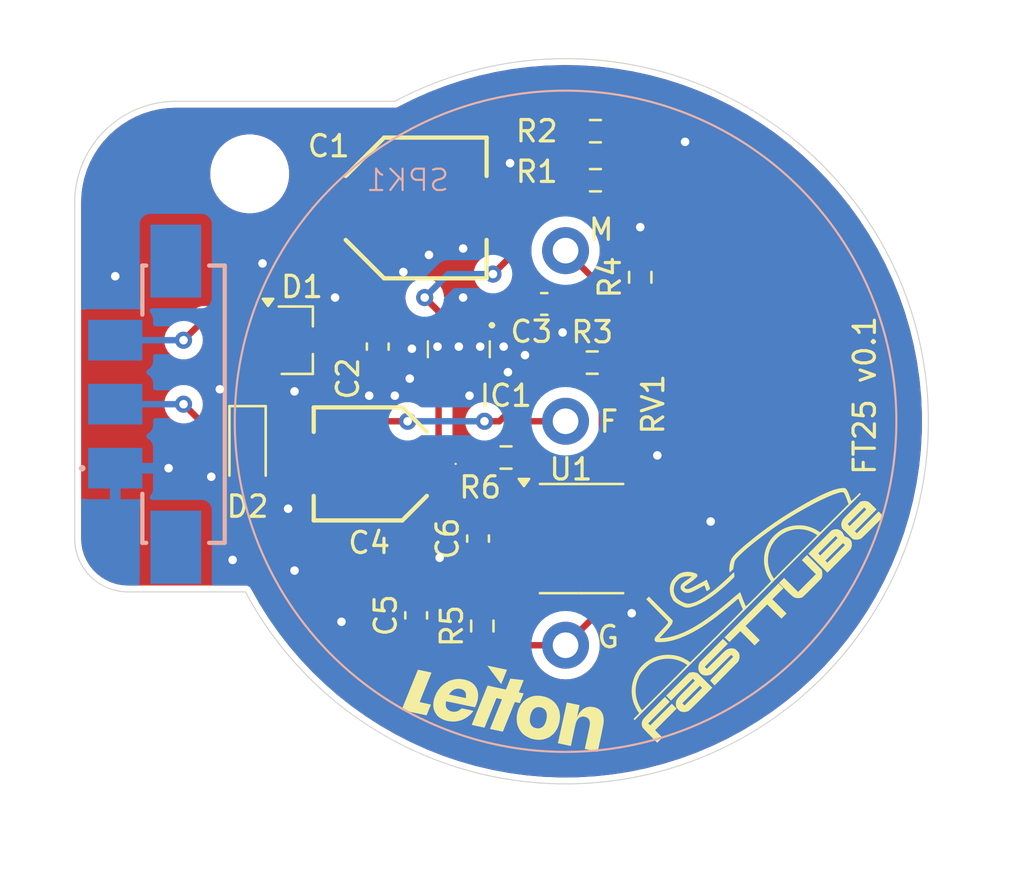
<source format=kicad_pcb>
(kicad_pcb
	(version 20240108)
	(generator "pcbnew")
	(generator_version "8.0")
	(general
		(thickness 1.6)
		(legacy_teardrops no)
	)
	(paper "A4")
	(layers
		(0 "F.Cu" signal)
		(31 "B.Cu" power)
		(32 "B.Adhes" user "B.Adhesive")
		(33 "F.Adhes" user "F.Adhesive")
		(34 "B.Paste" user)
		(35 "F.Paste" user)
		(37 "F.SilkS" user "F.Silkscreen")
		(38 "B.Mask" user)
		(39 "F.Mask" user)
		(40 "Dwgs.User" user "User.Drawings")
		(41 "Cmts.User" user "User.Comments")
		(42 "Eco1.User" user "User.Eco1")
		(43 "Eco2.User" user "User.Eco2")
		(44 "Edge.Cuts" user)
		(45 "Margin" user)
		(46 "B.CrtYd" user "B.Courtyard")
		(47 "F.CrtYd" user "F.Courtyard")
		(48 "B.Fab" user)
		(49 "F.Fab" user)
		(50 "User.1" user)
		(51 "User.2" user)
		(52 "User.3" user)
		(53 "User.4" user)
		(54 "User.5" user)
		(55 "User.6" user)
		(56 "User.7" user)
		(57 "User.8" user)
		(58 "User.9" user)
	)
	(setup
		(stackup
			(layer "F.SilkS"
				(type "Top Silk Screen")
			)
			(layer "F.Paste"
				(type "Top Solder Paste")
			)
			(layer "F.Mask"
				(type "Top Solder Mask")
				(thickness 0.01)
			)
			(layer "F.Cu"
				(type "copper")
				(thickness 0.035)
			)
			(layer "dielectric 1"
				(type "core")
				(thickness 1.51)
				(material "FR4")
				(epsilon_r 4.5)
				(loss_tangent 0.02)
			)
			(layer "B.Cu"
				(type "copper")
				(thickness 0.035)
			)
			(layer "B.Mask"
				(type "Bottom Solder Mask")
				(thickness 0.01)
			)
			(layer "B.Paste"
				(type "Bottom Solder Paste")
			)
			(layer "dielectric 2"
				(type "Bottom Silk Screen")
				(thickness 0)
				(material "FR4")
				(epsilon_r 4.5)
				(loss_tangent 0.02)
			)
			(copper_finish "None")
			(dielectric_constraints no)
		)
		(pad_to_mask_clearance 0)
		(allow_soldermask_bridges_in_footprints no)
		(pcbplotparams
			(layerselection 0x00010fc_ffffffff)
			(plot_on_all_layers_selection 0x0000000_00000000)
			(disableapertmacros no)
			(usegerberextensions no)
			(usegerberattributes yes)
			(usegerberadvancedattributes yes)
			(creategerberjobfile yes)
			(dashed_line_dash_ratio 12.000000)
			(dashed_line_gap_ratio 3.000000)
			(svgprecision 4)
			(plotframeref no)
			(viasonmask no)
			(mode 1)
			(useauxorigin no)
			(hpglpennumber 1)
			(hpglpenspeed 20)
			(hpglpendiameter 15.000000)
			(pdf_front_fp_property_popups yes)
			(pdf_back_fp_property_popups yes)
			(dxfpolygonmode yes)
			(dxfimperialunits yes)
			(dxfusepcbnewfont yes)
			(psnegative no)
			(psa4output no)
			(plotreference yes)
			(plotvalue yes)
			(plotfptext yes)
			(plotinvisibletext no)
			(sketchpadsonfab no)
			(subtractmaskfromsilk no)
			(outputformat 1)
			(mirror no)
			(drillshape 1)
			(scaleselection 1)
			(outputdirectory "")
		)
	)
	(net 0 "")
	(net 1 "VDD")
	(net 2 "GND")
	(net 3 "Net-(U1-FEED)")
	(net 4 "Net-(SPK1-M)")
	(net 5 "+24V")
	(net 6 "Net-(U1-HRNEN)")
	(net 7 "Net-(IC1-EN{slash}ADJ)")
	(net 8 "/SIG")
	(net 9 "Net-(SPK1-G)")
	(net 10 "Net-(SPK1-F)")
	(net 11 "Net-(D1-A)")
	(net 12 "unconnected-(U1-NC-Pad1)")
	(net 13 "unconnected-(U1-NC-Pad3)")
	(net 14 "Net-(R1-Pad2)")
	(footprint "Capacitor_SMD:C_0603_1608Metric_Pad1.08x0.95mm_HandSolder" (layer "F.Cu") (at 141.2 96.5 -90))
	(footprint "Capacitor_SMD:C_0603_1608Metric_Pad1.08x0.95mm_HandSolder" (layer "F.Cu") (at 145.9 105.5 90))
	(footprint "LOGO" (layer "F.Cu") (at 157.785054 107.960449 45))
	(footprint "Resistor_SMD:R_0603_1608Metric_Pad0.98x0.95mm_HandSolder" (layer "F.Cu") (at 146.1 109.6 90))
	(footprint "soundbox:06TR4FA104DPR" (layer "F.Cu") (at 159 95.5))
	(footprint "Capacitor_SMD:C_0603_1608Metric_Pad1.08x0.95mm_HandSolder" (layer "F.Cu") (at 149 94.5 180))
	(footprint "Resistor_SMD:R_0603_1608Metric_Pad0.98x0.95mm_HandSolder" (layer "F.Cu") (at 153.5 93.25 90))
	(footprint "soundbox:PG-SCT595-5" (layer "F.Cu") (at 145 96.5 180))
	(footprint "soundbox:EEE0GA101SR" (layer "F.Cu") (at 140.85 102 180))
	(footprint "Resistor_SMD:R_0603_1608Metric_Pad0.98x0.95mm_HandSolder" (layer "F.Cu") (at 147.2125 101.7))
	(footprint "Resistor_SMD:R_0603_1608Metric_Pad0.98x0.95mm_HandSolder" (layer "F.Cu") (at 151.4 88.7))
	(footprint "Package_TO_SOT_SMD:SOT-23_Handsoldering" (layer "F.Cu") (at 137.4 96.2))
	(footprint "soundbox:LeitOn_small_wo_sq" (layer "F.Cu") (at 147.2 113.1 -12))
	(footprint "Package_SO:SOIC-8_3.9x4.9mm_P1.27mm" (layer "F.Cu") (at 150.75 105.5))
	(footprint "soundbox:EEE1AA101SP" (layer "F.Cu") (at 143 90))
	(footprint "Resistor_SMD:R_0603_1608Metric_Pad0.98x0.95mm_HandSolder" (layer "F.Cu") (at 151.25 97.25))
	(footprint "Capacitor_SMD:C_0603_1608Metric_Pad1.08x0.95mm_HandSolder" (layer "F.Cu") (at 143 109.1 90))
	(footprint "Diode_SMD:D_SOD-323_HandSoldering" (layer "F.Cu") (at 135.1 101.3 -90))
	(footprint "MountingHole:MountingHole_3.2mm_M3_DIN965" (layer "F.Cu") (at 135.2 88.4))
	(footprint "Resistor_SMD:R_0603_1608Metric_Pad0.98x0.95mm_HandSolder" (layer "F.Cu") (at 151.4 86.4))
	(footprint "soundbox:TE Micro-Mate-N-Lok 1x03" (layer "B.Cu") (at 132.1 99.2 -90))
	(footprint "soundbox:CPT-3016-105T" (layer "B.Cu") (at 150 100 180))
	(gr_arc
		(start 127 89.75)
		(mid 128.391243 86.391243)
		(end 131.75 85)
		(stroke
			(width 0.05)
			(type default)
		)
		(layer "Edge.Cuts")
		(uuid "0c9499f7-3257-4d1a-ab45-d3dea9659961")
	)
	(gr_line
		(start 131.75 85)
		(end 142 85)
		(stroke
			(width 0.05)
			(type default)
		)
		(layer "Edge.Cuts")
		(uuid "145b8ce2-1cdf-402f-8341-2813b341aab6")
	)
	(gr_line
		(start 127 89.75)
		(end 127 105.5)
		(stroke
			(width 0.05)
			(type default)
		)
		(layer "Edge.Cuts")
		(uuid "5702bfe5-fa35-42f9-b66d-dc1faf38af9f")
	)
	(gr_line
		(start 129.5 108)
		(end 135 108)
		(stroke
			(width 0.05)
			(type default)
		)
		(layer "Edge.Cuts")
		(uuid "7ce022d5-3481-46fd-850f-fa99ac5c91eb")
	)
	(gr_arc
		(start 142 85)
		(mid 166.263456 104.949746)
		(end 135.000001 108.000003)
		(stroke
			(width 0.05)
			(type default)
		)
		(layer "Edge.Cuts")
		(uuid "8a2c619c-8626-4af2-8c59-1422d0ba61b9")
	)
	(gr_arc
		(start 129.5 108)
		(mid 127.732233 107.267767)
		(end 127 105.5)
		(stroke
			(width 0.05)
			(type default)
		)
		(layer "Edge.Cuts")
		(uuid "e1634623-b024-4caa-9d4d-69a765686d49")
	)
	(gr_rect
		(start 127 83)
		(end 167 117)
		(stroke
			(width 0.01)
			(type default)
		)
		(fill none)
		(layer "User.1")
		(uuid "39b0a146-c4d4-4256-ae48-acf0ec4d99bd")
	)
	(gr_text "FT25 v0.1"
		(at 164.6 102.6 90)
		(layer "F.SilkS")
		(uuid "0568cae2-bee3-4247-bec4-4aec8861298f")
		(effects
			(font
				(size 1 1)
				(thickness 0.15)
			)
			(justify left bottom)
		)
	)
	(segment
		(start 144.05 100.6)
		(end 144.05 101.8)
		(width 0.3)
		(layer "F.Cu")
		(net 1)
		(uuid "0200de1e-f1d3-475e-904f-1ae67260540b")
	)
	(segment
		(start 144.05 103.45)
		(end 144.05 102.35)
		(width 0.3)
		(layer "F.Cu")
		(net 1)
		(uuid "0bc4b59f-3030-465f-99e6-8a96f1d37eff")
	)
	(segment
		(start 148.275 104.865)
		(end 146.1275 104.865)
		(width 0.3)
		(layer "F.Cu")
		(net 1)
		(uuid "4fcf3739-2429-46db-a6eb-520af12c0900")
	)
	(segment
		(start 144 97.75)
		(end 144.05 97.7)
		(width 0.3)
		(layer "F.Cu")
		(net 1)
		(uuid "b57598a9-8b18-4e03-89c1-05fa95734452")
	)
	(segment
		(start 144.05 97.7)
		(end 144.05 100.6)
		(width 0.3)
		(layer "F.Cu")
		(net 1)
		(uuid "b5e77050-d7d3-4d83-9482-2923ce921046")
	)
	(segment
		(start 142.85 101.8)
		(end 144.05 101.8)
		(width 0.3)
		(layer "F.Cu")
		(net 1)
		(uuid "b743f3e9-4660-4641-8a39-1aa2c34a7ec6")
	)
	(segment
		(start 144.05 102.35)
		(end 143.7 102)
		(width 0.3)
		(layer "F.Cu")
		(net 1)
		(uuid "c5bb5a80-74ea-46d0-bfec-228c952e0dc7")
	)
	(segment
		(start 145.9 104.6375)
		(end 145.2375 104.6375)
		(width 0.3)
		(layer "F.Cu")
		(net 1)
		(uuid "cd55c0ae-b94b-4f6e-88d8-0819b3376a66")
	)
	(segment
		(start 145.2375 104.6375)
		(end 144.05 103.45)
		(width 0.3)
		(layer "F.Cu")
		(net 1)
		(uuid "ea5494ea-c94c-4637-880a-57b8847c4db0")
	)
	(segment
		(start 146.1275 104.865)
		(end 145.9 104.6375)
		(width 0.3)
		(layer "F.Cu")
		(net 1)
		(uuid "f2ef52aa-2e6f-4866-8b2f-5ded5050ff85")
	)
	(segment
		(start 145.9 106.3625)
		(end 144.1375 106.3625)
		(width 0.3)
		(layer "F.Cu")
		(net 2)
		(uuid "55aab1f9-bc28-4d68-920d-7a0186ad9de5")
	)
	(segment
		(start 149.8625 95.8375)
		(end 149.8625 94.5)
		(width 0.3)
		(layer "F.Cu")
		(net 2)
		(uuid "71920597-7374-42a3-8e56-7b58da0dcf27")
	)
	(segment
		(start 144.1375 106.3625)
		(end 144.1 106.4)
		(width 0.3)
		(layer "F.Cu")
		(net 2)
		(uuid "e1cb0569-3fed-4d04-9a27-ad2ee24e1020")
	)
	(via
		(at 155.6 86.9)
		(size 0.8)
		(drill 0.4)
		(layers "F.Cu" "B.Cu")
		(free yes)
		(net 2)
		(uuid "06a1a750-8536-4cf8-9192-35bc867304a9")
	)
	(via
		(at 140.8 98.8)
		(size 0.8)
		(drill 0.4)
		(layers "F.Cu" "B.Cu")
		(free yes)
		(net 2)
		(uuid "11677aed-5d35-4c15-8c41-230ac25975ee")
	)
	(via
		(at 142 98.8)
		(size 0.8)
		(drill 0.4)
		(layers "F.Cu" "B.Cu")
		(free yes)
		(net 2)
		(uuid "1634c358-6587-4d9e-a4c2-90a5ab1faafd")
	)
	(via
		(at 147.3 97.7)
		(size 0.8)
		(drill 0.4)
		(layers "F.Cu" "B.Cu")
		(free yes)
		(net 2)
		(uuid "1a418d52-d221-44b1-ad1d-91e97992ecb3")
	)
	(via
		(at 135.8 92.6)
		(size 0.8)
		(drill 0.4)
		(layers "F.Cu" "B.Cu")
		(free yes)
		(net 2)
		(uuid "1ae7c5ac-d660-4ab3-b3fa-65cf1c02d49f")
	)
	(via
		(at 142.7 98)
		(size 0.8)
		(drill 0.4)
		(layers "F.Cu" "B.Cu")
		(free yes)
		(net 2)
		(uuid "25345f8f-538d-46a3-b8d8-5a868b8a4bca")
	)
	(via
		(at 144.1 106.4)
		(size 0.8)
		(drill 0.4)
		(layers "F.Cu" "B.Cu")
		(net 2)
		(uuid "2a82b6e4-3e60-41fd-bd5d-f6a27f31de3c")
	)
	(via
		(at 143.6 92.2)
		(size 0.8)
		(drill 0.4)
		(layers "F.Cu" "B.Cu")
		(free yes)
		(net 2)
		(uuid "384c8bfa-3338-4421-b506-b5dcc7f603cf")
	)
	(via
		(at 134.4 106.5)
		(size 0.8)
		(drill 0.4)
		(layers "F.Cu" "B.Cu")
		(free yes)
		(net 2)
		(uuid "40f43ec0-ad56-49ad-9da1-70b7a7e2a5b3")
	)
	(via
		(at 153.5 90.9)
		(size 0.8)
		(drill 0.4)
		(layers "F.Cu" "B.Cu")
		(free yes)
		(net 2)
		(uuid "59e64dbd-0451-436f-844e-4c0d273598ba")
	)
	(via
		(at 148.1 96.9)
		(size 0.8)
		(drill 0.4)
		(layers "F.Cu" "B.Cu")
		(free yes)
		(net 2)
		(uuid "69cbc453-a834-432c-a06f-6af5e0115401")
	)
	(via
		(at 145 96.5)
		(size 0.8)
		(drill 0.4)
		(layers "F.Cu" "B.Cu")
		(free yes)
		(net 2)
		(uuid "6a66460c-c4ed-4cbb-ad75-8721cfb01e79")
	)
	(via
		(at 153.1 109)
		(size 0.8)
		(drill 0.4)
		(layers "F.Cu" "B.Cu")
		(free yes)
		(net 2)
		(uuid "7fa75b93-3a54-4ab9-823b-8664220d8fc0")
	)
	(via
		(at 137 104.1)
		(size 0.8)
		(drill 0.4)
		(layers "F.Cu" "B.Cu")
		(free yes)
		(net 2)
		(uuid "83ee66e4-35b7-421f-bd51-e9232ebc2f9c")
	)
	(via
		(at 147.4 87.9)
		(size 0.8)
		(drill 0.4)
		(layers "F.Cu" "B.Cu")
		(free yes)
		(net 2)
		(uuid "87ee8f62-5586-4ec4-bf64-4d8e7f4f3c00")
	)
	(via
		(at 142.8 96.6)
		(size 0.8)
		(drill 0.4)
		(layers "F.Cu" "B.Cu")
		(free yes)
		(net 2)
		(uuid "88f446c1-03c1-4aaf-8c6d-a532e3fea711")
	)
	(via
		(at 133.4 102.6)
		(size 0.8)
		(drill 0.4)
		(layers "F.Cu" "B.Cu")
		(free yes)
		(net 2)
		(uuid "92246a78-6004-4e5e-8693-ea3615729c12")
	)
	(via
		(at 131.4 102.2)
		(size 0.8)
		(drill 0.4)
		(layers "F.Cu" "B.Cu")
		(free yes)
		(net 2)
		(uuid "94bb3951-fb1a-46ff-acb9-ecec1cf0b654")
	)
	(via
		(at 145.2 91.9)
		(size 0.8)
		(drill 0.4)
		(layers "F.Cu" "B.Cu")
		(free yes)
		(net 2)
		(uuid "96ccf5b1-b85a-42c6-89d1-03c3653c0e78")
	)
	(via
		(at 139.2 94.2)
		(size 0.8)
		(drill 0.4)
		(layers "F.Cu" "B.Cu")
		(free yes)
		(net 2)
		(uuid "992c7461-a546-414a-83a3-be9358a4ffe2")
	)
	(via
		(at 145.2 94.2)
		(size 0.8)
		(drill 0.4)
		(layers "F.Cu" "B.Cu")
		(free yes)
		(net 2)
		(uuid "b57f5c0c-c97f-4e02-83ff-2ef698d42b64")
	)
	(via
		(at 145.5 98.8)
		(size 0.8)
		(drill 0.4)
		(layers "F.Cu" "B.Cu")
		(free yes)
		(net 2)
		(uuid "b5ab2b73-4634-4e0e-855d-42a626e2a677")
	)
	(via
		(at 154.3 101.6)
		(size 0.8)
		(drill 0.4)
		(layers "F.Cu" "B.Cu")
		(free yes)
		(net 2)
		(uuid "b76a2fc2-0f04-4ac7-8040-3c68efea3aaa")
	)
	(via
		(at 137.3 107)
		(size 0.8)
		(drill 0.4)
		(layers "F.Cu" "B.Cu")
		(free yes)
		(net 2)
		(uuid "b84a5bb6-38b6-489a-88d5-f98f5bcf4f0a")
	)
	(via
		(at 128.9 93.2)
		(size 0.8)
		(drill 0.4)
		(layers "F.Cu" "B.Cu")
		(free yes)
		(net 2)
		(uuid "c6f53ace-18f2-4464-867c-521c9da61925")
	)
	(via
		(at 146 96.5)
		(size 0.8)
		(drill 0.4)
		(layers "F.Cu" "B.Cu")
		(free yes)
		(net 2)
		(uuid "ce89bd32-5eb5-4729-8660-e03d2d9f2e18")
	)
	(via
		(at 147.1 96.5)
		(size 0.8)
		(drill 0.4)
		(layers "F.Cu" "B.Cu")
		(free yes)
		(net 2)
		(uuid "d6efebd2-3405-41b1-bc0d-84897ffc75fb")
	)
	(via
		(at 149.8625 95.8375)
		(size 0.8)
		(drill 0.4)
		(layers "F.Cu" "B.Cu")
		(free yes)
		(net 2)
		(uuid "d8f12fb1-bcf4-4713-a92c-8cd19cfe334a")
	)
	(via
		(at 156.8 104.7)
		(size 0.8)
		(drill 0.4)
		(layers "F.Cu" "B.Cu")
		(free yes)
		(net 2)
		(uuid "db890ffb-38c3-4b56-bb01-106cd42901c5")
	)
	(via
		(at 144 96.5)
		(size 0.8)
		(drill 0.4)
		(layers "F.Cu" "B.Cu")
		(free yes)
		(net 2)
		(uuid "dcf1182a-9346-40f1-9a54-d1175b80aebf")
	)
	(via
		(at 139.5 109.4)
		(size 0.8)
		(drill 0.4)
		(layers "F.Cu" "B.Cu")
		(free yes)
		(net 2)
		(uuid "dee0939a-5e0d-4315-a470-5bde3c7fcd15")
	)
	(via
		(at 133.8 98.5)
		(size 0.8)
		(drill 0.4)
		(layers "F.Cu" "B.Cu")
		(free yes)
		(net 2)
		(uuid "e8553ab2-d140-422f-8e37-c9cd37b98698")
	)
	(via
		(at 137.3 98.6)
		(size 0.8)
		(drill 0.4)
		(layers "F.Cu" "B.Cu")
		(free yes)
		(net 2)
		(uuid "ecf13844-64d3-4d09-826f-01f2a3714814")
	)
	(via
		(at 142.4 93)
		(size 0.8)
		(drill 0.4)
		(layers "F.Cu" "B.Cu")
		(free yes)
		(net 2)
		(uuid "f5a8ee92-c6be-49c6-a40d-bd44551aab57")
	)
	(segment
		(start 149.9 106.9)
		(end 149.395 107.405)
		(width 0.3)
		(layer "F.Cu")
		(net 3)
		(uuid "072347fb-8a85-4b8b-9cdd-570becb73639")
	)
	(segment
		(start 143 108.2375)
		(end 143.1625 108.4)
		(width 0.3)
		(layer "F.Cu")
		(net 3)
		(uuid "33cc69b3-2ac0-4549-9b3b-91cd59442f92")
	)
	(segment
		(start 148.275 107.405)
		(end 146.105 107.405)
		(width 0.3)
		(layer "F.Cu")
		(net 3)
		(uuid "4d85323a-08d1-468c-bfd3-e496a2731d71")
	)
	(segment
		(start 146.105 107.405)
		(end 146.1 107.4)
		(width 0.3)
		(layer "F.Cu")
		(net 3)
		(uuid "5dd55fdd-6d11-4b51-a953-3fa965ab3532")
	)
	(segment
		(start 148.125 101.7)
		(end 148.4 101.7)
		(width 0.3)
		(layer "F.Cu")
		(net 3)
		(uuid "68a5e2c6-7d6d-4572-b044-716560f93b78")
	)
	(segment
		(start 149.395 107.405)
		(end 148.275 107.405)
		(width 0.3)
		(layer "F.Cu")
		(net 3)
		(uuid "743d24b5-976d-4645-9863-8a0ee42aafcc")
	)
	(segment
		(start 143.1625 108.4)
		(end 145.8125 108.4)
		(width 0.3)
		(layer "F.Cu")
		(net 3)
		(uuid "b7c0af82-7118-446f-84b0-b130de258793")
	)
	(segment
		(start 149.9 103.2)
		(end 149.9 106.9)
		(width 0.3)
		(layer "F.Cu")
		(net 3)
		(uuid "cb404238-cfe4-4c89-80e5-10dbaa60b65d")
	)
	(segment
		(start 148.4 101.7)
		(end 149.9 103.2)
		(width 0.3)
		(layer "F.Cu")
		(net 3)
		(uuid "d01badf2-6c95-4c67-a7e8-06a90062df4a")
	)
	(segment
		(start 145.8125 108.4)
		(end 146.1 108.6875)
		(width 0.3)
		(layer "F.Cu")
		(net 3)
		(uuid "d28d9681-e4e7-4093-b176-03db88347aa5")
	)
	(segment
		(start 146.1 108.6875)
		(end 146.1 107.4)
		(width 0.3)
		(layer "F.Cu")
		(net 3)
		(uuid "f412a4c1-f106-41a2-a9c6-a0084babeb82")
	)
	(segment
		(start 143 109.9625)
		(end 143.3625 109.6)
		(width 0.3)
		(layer "F.Cu")
		(net 4)
		(uuid "1275eff5-a8cd-4980-99f8-bd6048c5865e")
	)
	(segment
		(start 143.3625 109.6)
		(end 148.2 109.6)
		(width 0.3)
		(layer "F.Cu")
		(net 4)
		(uuid "21c00ab5-9d09-4381-9fee-a936ade63893")
	)
	(segment
		(start 151.25 98.55)
		(end 151.7 99)
		(width 0.3)
		(layer "F.Cu")
		(net 4)
		(uuid "30c7c0a9-de98-46ee-ad56-98519c7cfb85")
	)
	(segment
		(start 152 104.865)
		(end 151.735 104.865)
		(width 0.3)
		(layer "F.Cu")
		(net 4)
		(uuid "36da2dfc-84c8-4d31-a70b-2f8f40fe67e3")
	)
	(segment
		(start 151.7 104.6)
		(end 151.7 104.83)
		(width 0.3)
		(layer "F.Cu")
		(net 4)
		(uuid "3ae480d1-8672-4f2c-a851-94f59965e078")
	)
	(segment
		(start 150.6 106)
		(end 151.735 104.865)
		(width 0.3)
		(layer "F.Cu")
		(net 4)
		(uuid "43024d58-9f54-4f6e-8b0a-0234d31eabeb")
	)
	(segment
		(start 151.7 99)
		(end 151.7 104.6)
		(width 0.3)
		(layer "F.Cu")
		(net 4)
		(uuid "45402f4d-99c3-4ba9-bd66-4a1ea8da26b0")
	)
	(segment
		(start 150.6 107.2)
		(end 150.6 106)
		(width 0.3)
		(layer "F.Cu")
		(net 4)
		(uuid "534a1b64-c56d-4dac-be08-2c6f4970d5f7")
	)
	(segment
		(start 151.735 104.6)
		(end 152 104.865)
		(width 0.3)
		(layer "F.Cu")
		(net 4)
		(uuid "5da0f8fb-e2f9-41b0-9801-f13702b13393")
	)
	(segment
		(start 151.7 104.83)
		(end 151.735 104.865)
		(width 0.3)
		(layer "F.Cu")
		(net 4)
		(uuid "78b78ccc-63d2-4be6-8684-dc2b419e2d99")
	)
	(segment
		(start 151.25 93.25)
		(end 151.25 98.55)
		(width 0.3)
		(layer "F.Cu")
		(net 4)
		(uuid "7bc63da9-9e54-4147-a93d-721567276b1d")
	)
	(segment
		(start 150 92)
		(end 151.25 93.25)
		(width 0.3)
		(layer "F.Cu")
		(net 4)
		(uuid "d0f86c55-1497-473f-92ab-0926b530691e")
	)
	(segment
		(start 153.06 104.7)
		(end 153.225 104.865)
		(width 0.3)
		(layer "F.Cu")
		(net 4)
		(uuid "de487b46-dff6-4637-b730-51caf9eeca2e")
	)
	(segment
		(start 151.7 104.6)
		(end 151.735 104.6)
		(width 0.3)
		(layer "F.Cu")
		(net 4)
		(uuid "e604e90e-3383-4c49-a31e-adad540853ba")
	)
	(segment
		(start 153.225 104.865)
		(end 152 104.865)
		(width 0.3)
		(layer "F.Cu")
		(net 4)
		(uuid "fb5f5bb4-df8e-49f9-aeab-c72ab1a7e5d2")
	)
	(segment
		(start 148.2 109.6)
		(end 150.6 107.2)
		(width 0.3)
		(layer "F.Cu")
		(net 4)
		(uuid "fc45fc17-2009-442e-bbac-989774d63208")
	)
	(segment
		(start 141.2 90.7)
		(end 140.5 90)
		(width 0.3)
		(layer "F.Cu")
		(net 5)
		(uuid "0ec3d108-2dd2-4613-9e05-a42643014597")
	)
	(segment
		(start 147.7 92)
		(end 147.7 91)
		(width 0.3)
		(layer "F.Cu")
		(net 5)
		(uuid "1714de18-f19e-4a1d-9fcb-abbc4390ca85")
	)
	(segment
		(start 143.4 94.2)
		(end 144.05 94.85)
		(width 0.3)
		(layer "F.Cu")
		(net 5)
		(uuid "1dab445f-7c67-472b-bea0-a057a8fe6814")
	)
	(segment
		(start 141.5875 95.25)
		(end 144 95.25)
		(width 0.3)
		(layer "F.Cu")
		(net 5)
		(uuid "3cdd5ae0-fe74-40b7-91eb-253b46d6524f")
	)
	(segment
		(start 141.2 95.6375)
		(end 141.2 90.7)
		(width 0.3)
		(layer "F.Cu")
		(net 5)
		(uuid "579889bc-a6ba-4b0c-a1db-876d7cebf3d2")
	)
	(segment
		(start 140.1125 95.6375)
		(end 141.2 95.6375)
		(width 0.3)
		(layer "F.Cu")
		(net 5)
		(uuid "741a27be-6162-47b2-ad04-96fb7ac0b279")
	)
	(segment
		(start 150 88.7)
		(end 150.4875 88.7)
		(width 0.3)
		(layer "F.Cu")
		(net 5)
		(uuid "91449544-3d85-43bf-892d-142f30243a74")
	)
	(segment
		(start 146.6 93.1)
		(end 147.7 92)
		(width 0.3)
		(layer "F.Cu")
		(net 5)
		(uuid "a21a02bd-2759-401c-b257-6fddf78b91b4")
	)
	(segment
		(start 144.05 94.85)
		(end 144.05 95.3)
		(width 0.3)
		(layer "F.Cu")
		(net 5)
		(uuid "adf1574a-72d4-442f-b8a1-48199444bd90")
	)
	(segment
		(start 147.7 91)
		(end 150 88.7)
		(width 0.3)
		(layer "F.Cu")
		(net 5)
		(uuid "b0d0a533-03d1-4d10-9c9d-275a057f1864")
	)
	(segment
		(start 138.9 96.2)
		(end 139.55 96.2)
		(width 0.3)
		(layer "F.Cu")
		(net 5)
		(uuid "bd107eda-4f5e-4951-931b-0b65bc3ea725")
	)
	(segment
		(start 141.2 95.6375)
		(end 141.5875 95.25)
		(width 0.3)
		(layer "F.Cu")
		(net 5)
		(uuid "c70a6765-40cc-46c1-a2d9-b3050acd3216")
	)
	(segment
		(start 139.55 96.2)
		(end 140.1125 95.6375)
		(width 0.3)
		(layer "F.Cu")
		(net 5)
		(uuid "e1a2c8d8-ddc3-4812-a16f-2c720999d104")
	)
	(segment
		(start 150.4875 86.4)
		(end 150.4875 88.7)
		(width 0.3)
		(layer "F.Cu")
		(net 5)
		(uuid "e74d25ae-28d4-40ff-aaa6-db74846f4d2c")
	)
	(via
		(at 146.6 93.1)
		(size 0.8)
		(drill 0.4)
		(layers "F.Cu" "B.Cu")
		(net 5)
		(uuid "1f66e272-7d73-47e7-85fd-2cea844f1376")
	)
	(via
		(at 143.4 94.2)
		(size 0.8)
		(drill 0.4)
		(layers "F.Cu" "B.Cu")
		(net 5)
		(uuid "8331b1ec-10d8-49af-bc63-06d3c2054628")
	)
	(segment
		(start 143.4 94.2)
		(end 144.5 93.1)
		(width 0.3)
		(layer "B.Cu")
		(net 5)
		(uuid "3d463da7-f24e-4295-b6cf-c9e0d28f4c0f")
	)
	(segment
		(start 144.5 93.1)
		(end 146.6 93.1)
		(width 0.3)
		(layer "B.Cu")
		(net 5)
		(uuid "83c9ff67-d173-4d20-ab93-11f408c2536e")
	)
	(segment
		(start 152.5 97.5875)
		(end 152.5 101.75)
		(width 0.3)
		(layer "F.Cu")
		(net 6)
		(uuid "074a2975-fd68-4c40-8155-f0e5b9abf23d")
	)
	(segment
		(start 152.1625 97.25)
		(end 152.5 97.5875)
		(width 0.3)
		(layer "F.Cu")
		(net 6)
		(uuid "21ff4d6b-8fcc-4b1c-820c-c5cadcb9bf55")
	)
	(segment
		(start 152.5 101.75)
		(end 153.25 102.5)
		(width 0.3)
		(layer "F.Cu")
		(net 6)
		(uuid "2fba2c5a-2a97-4175-bfeb-038d973dde82")
	)
	(segment
		(start 153.25 103.57)
		(end 153.225 103.595)
		(width 0.3)
		(layer "F.Cu")
		(net 6)
		(uuid "418fabef-99d7-47c9-abc2-f7723d16f244")
	)
	(segment
		(start 152.1625 97.25)
		(end 152.25 97.25)
		(width 0.3)
		(layer "F.Cu")
		(net 6)
		(uuid "52311879-8ed6-466b-bba9-44d036750aed")
	)
	(segment
		(start 153.25 102.5)
		(end 153.25 103.57)
		(width 0.3)
		(layer "F.Cu")
		(net 6)
		(uuid "cdcf619f-a978-4667-ae1c-20f141c6c1ed")
	)
	(segment
		(start 153.5 96)
		(end 153.5 94.1625)
		(width 0.3)
		(layer "F.Cu")
		(net 6)
		(uuid "ef8cfd81-6cb9-4d71-b3bf-0610e509a439")
	)
	(segment
		(start 152.25 97.25)
		(end 153.5 96)
		(width 0.3)
		(layer "F.Cu")
		(net 6)
		(uuid "fa2f396c-09cf-4795-881a-85a4b4ae0039")
	)
	(segment
		(start 159 91.225)
		(end 157.525 89.75)
		(width 0.3)
		(layer "F.Cu")
		(net 7)
		(uuid "10e80ff1-24c9-4e99-a6ae-40c6b4da76d7")
	)
	(segment
		(start 145.95 95.3)
		(end 147.425 93.825)
		(width 0.3)
		(layer "F.Cu")
		(net 7)
		(uuid "69f64f3f-7002-47e9-8d79-e5b3fa90185e")
	)
	(segment
		(start 148.25 93)
		(end 147.425 93.825)
		(width 0.3)
		(layer "F.Cu")
		(net 7)
		(uuid "71a75b59-ac82-42df-ab4d-24534136247c")
	)
	(segment
		(start 149.75 89.75)
		(end 148.25 91.25)
		(width 0.3)
		(layer "F.Cu")
		(net 7)
		(uuid "7c187c0d-5463-49e4-b302-7e6b907a001c")
	)
	(segment
		(start 157.525 89.75)
		(end 149.75 89.75)
		(width 0.3)
		(layer "F.Cu")
		(net 7)
		(uuid "8caf3322-20bd-4792-87d4-2ac4b6e61f44")
	)
	(segment
		(start 148.1375 94.5)
		(end 148.1 94.5)
		(width 0.3)
		(layer "F.Cu")
		(net 7)
		(uuid "c7a1fbfd-de61-4daa-8cec-99339a910f45")
	)
	(segment
		(start 148.1 94.5)
		(end 147.425 93.825)
		(width 0.3)
		(layer "F.Cu")
		(net 7)
		(uuid "fb5c3ebe-ae4a-47c1-bc91-695929b1d538")
	)
	(segment
		(start 148.25 91.25)
		(end 148.25 93)
		(width 0.3)
		(layer "F.Cu")
		(net 7)
		(uuid "fd5ccc6b-1f50-4929-b1e8-f7fa3b79e0ff")
	)
	(segment
		(start 149.65 97.25)
		(end 150.3375 97.25)
		(width 0.3)
		(layer "F.Cu")
		(net 8)
		(uuid "49712491-cc98-417d-9fd7-6bea8419dd0f")
	)
	(segment
		(start 146.2 100)
		(end 146.9 100)
		(width 0.3)
		(layer "F.Cu")
		(net 8)
		(uuid "527f361a-886e-4d3e-b2f8-d2e7b77728ba")
	)
	(segment
		(start 132.9 100)
		(end 132.1 99.2)
		(width 0.3)
		(layer "F.Cu")
		(net 8)
		(uuid "5baef98e-5189-4eb0-8387-1bdec159583f")
	)
	(segment
		(start 142.6 100)
		(end 132.9 100)
		(width 0.3)
		(layer "F.Cu")
		(net 8)
		(uuid "c74e87f2-4beb-42a2-8bce-759a3bbe4814")
	)
	(segment
		(start 146.9 100)
		(end 149.65 97.25)
		(width 0.3)
		(layer "F.Cu")
		(net 8)
		(uuid "eab867c7-f470-4870-8085-66ac175dac89")
	)
	(via
		(at 146.2 100)
		(size 0.8)
		(drill 0.4)
		(layers "F.Cu" "B.Cu")
		(net 8)
		(uuid "3e77b714-44f3-4163-8c08-87f52830b850")
	)
	(via
		(at 142.6 100)
		(size 0.8)
		(drill 0.4)
		(layers "F.Cu" "B.Cu")
		(net 8)
		(uuid "5281ce56-3ddb-4cc6-af00-7d45d7765312")
	)
	(via
		(at 132.1 99.2)
		(size 0.8)
		(drill 0.4)
		(layers "F.Cu" "B.Cu")
		(net 8)
		(uuid "b37c375d-dd82-4e8f-af80-140a5bedd833")
	)
	(segment
		(start 132.1 99.2)
		(end 128.9 99.2)
		(width 0.3)
		(layer "B.Cu")
		(net 8)
		(uuid "550c766a-656c-4f02-959e-6002256314dc")
	)
	(segment
		(start 142.6 100)
		(end 146.2 100)
		(width 0.3)
		(layer "B.Cu")
		(net 8)
		(uuid "7f30ac41-d40b-4057-b41b-f5859121de8d")
	)
	(segment
		(start 146.1 110.5125)
		(end 146.1125 110.5)
		(width 0.3)
		(layer "F.Cu")
		(net 9)
		(uuid "0985b6fd-d180-4fc5-bce9-3d6204322516")
	)
	(segment
		(start 150 110.5)
		(end 151.3 109.2)
		(width 0.3)
		(layer "F.Cu")
		(net 9)
		(uuid "29833cd4-ae84-47c3-a086-4dfcd0ca3a64")
	)
	(segment
		(start 146.1125 110.5)
		(end 150 110.5)
		(width 0.3)
		(layer "F.Cu")
		(net 9)
		(uuid "924cc875-b40f-4c52-9192-86ac241c9175")
	)
	(segment
		(start 151.965 106.135)
		(end 153.225 106.135)
		(width 0.3)
		(layer "F.Cu")
		(net 9)
		(uuid "d32f4e74-f404-477c-91c6-11336f273e81")
	)
	(segment
		(start 151.3 109.2)
		(end 151.3 106.8)
		(width 0.3)
		(layer "F.Cu")
		(net 9)
		(uuid "e4c7c31e-d0bc-4d47-b7ae-acbdc347fd7a")
	)
	(segment
		(start 151.3 106.8)
		(end 151.965 106.135)
		(width 0.3)
		(layer "F.Cu")
		(net 9)
		(uuid "e78a7e10-98f9-4831-bed7-9f8aafb304a1")
	)
	(segment
		(start 148 100)
		(end 150 100)
		(width 0.3)
		(layer "F.Cu")
		(net 10)
		(uuid "3742acb2-820e-4999-be63-afbe5ee5925a")
	)
	(segment
		(start 146.3 101.7)
		(end 148 100)
		(width 0.3)
		(layer "F.Cu")
		(net 10)
		(uuid "85bef4ca-4201-41d1-8bbe-9a35f0aa61c3")
	)
	(segment
		(start 133.05 95.25)
		(end 132.1 96.2)
		(width 0.3)
		(layer "F.Cu")
		(net 11)
		(uuid "c05adb94-fcf2-46f2-9995-128d27f8e65d")
	)
	(segment
		(start 135.9 95.25)
		(end 133.05 95.25)
		(width 0.3)
		(layer "F.Cu")
		(net 11)
		(uuid "f2a95a8c-f339-4b8b-9434-a14fdffa8c9d")
	)
	(via
		(at 132.1 96.2)
		(size 0.8)
		(drill 0.4)
		(layers "F.Cu" "B.Cu")
		(net 11)
		(uuid "ec99fa40-5d9d-41a8-9fe6-5b497feb807a")
	)
	(segment
		(start 132.1 96.2)
		(end 128.9 96.2)
		(width 0.3)
		(layer "B.Cu")
		(net 11)
		(uuid "84b5106d-4355-40eb-8239-1ba06ac7f42a")
	)
	(segment
		(start 161.15 100.425)
		(end 161.15 89.95)
		(width 0.3)
		(layer "F.Cu")
		(net 14)
		(uuid "26979417-b786-4be8-984f-7d0738cdff24")
	)
	(segment
		(start 161.15 89.95)
		(end 159.9 88.7)
		(width 0.3)
		(layer "F.Cu")
		(net 14)
		(uuid "7718b055-c971-4cec-ab44-672e9f6976fc")
	)
	(segment
		(start 159.9 88.7)
		(end 152.3125 88.7)
		(width 0.3)
		(layer "F.Cu")
		(net 14)
		(uuid "8f63e3d9-dbb7-40be-853d-4d064e73fe36")
	)
	(segment
		(start 152.3125 86.4)
		(end 152.3125 88.7)
		(width 0.3)
		(layer "F.Cu")
		(net 14)
		(uuid "d1f80375-c994-4ac9-a326-cf0882761c94")
	)
	(zone
		(net 2)
		(net_name "GND")
		(layers "F&B.Cu")
		(uuid "f9e29ff1-ed6b-4444-a671-19fb7397cf29")
		(hatch edge 0.5)
		(connect_pads
			(clearance 0.5)
		)
		(min_thickness 0.25)
		(filled_areas_thickness no)
		(fill yes
			(thermal_gap 0.5)
			(thermal_bridge_width 0.5)
		)
		(polygon
			(pts
				(xy 123.5 80.25) (xy 171.5 80.25) (xy 171.5 122) (xy 123.5 122)
			)
		)
		(filled_polygon
			(layer "F.Cu")
			(pts
				(xy 150.738849 83.316924) (xy 150.744832 83.317191) (xy 151.548128 83.372487) (xy 151.554089 83.373043)
				(xy 152.353772 83.467285) (xy 152.359713 83.468132) (xy 153.153872 83.601098) (xy 153.159756 83.602231)
				(xy 153.946502 83.773602) (xy 153.952355 83.775027) (xy 154.729831 83.984396) (xy 154.735607 83.986103)
				(xy 155.502 84.232982) (xy 155.507668 84.23496) (xy 155.996378 84.419032) (xy 156.2612 84.518778)
				(xy 156.266784 84.521038) (xy 156.498304 84.621332) (xy 157.005625 84.841104) (xy 157.011068 84.843621)
				(xy 157.733508 85.199198) (xy 157.738804 85.201966) (xy 158.188163 85.450941) (xy 158.443116 85.592202)
				(xy 158.448313 85.595248) (xy 159.132857 86.019234) (xy 159.137896 86.022528) (xy 159.360299 86.175704)
				(xy 159.801005 86.479232) (xy 159.805881 86.482768) (xy 160.446027 86.971133) (xy 160.450726 86.974901)
				(xy 161.066433 87.493804) (xy 161.070943 87.497797) (xy 161.652357 88.038211) (xy 161.660699 88.045964)
				(xy 161.665001 88.050162) (xy 161.833895 88.223176) (xy 162.227448 88.62633) (xy 162.23155 88.630741)
				(xy 162.55509 88.9961) (xy 162.753549 89.220212) (xy 162.765352 89.23354) (xy 162.769235 89.238145)
				(xy 163.273141 89.866165) (xy 163.276795 89.870953) (xy 163.749595 90.522686) (xy 163.753013 90.527646)
				(xy 164.193628 91.201602) (xy 164.1968 91.206723) (xy 164.604133 91.901226) (xy 164.607054 91.906494)
				(xy 164.980205 92.620006) (xy 164.982866 92.62541) (xy 165.32092 93.356186) (xy 165.323315 93.361712)
				(xy 165.625484 94.108047) (xy 165.627608 94.113684) (xy 165.893172 94.873799) (xy 165.89502 94.879532)
				(xy 166.123357 95.651644) (xy 166.124925 95.65746) (xy 166.315503 96.439774) (xy 166.316786 96.445659)
				(xy 166.469145 97.236287) (xy 166.470141 97.242228) (xy 166.583927 98.039332) (xy 166.584633 98.045314)
				(xy 166.659575 98.84699) (xy 166.65999 98.852999) (xy 166.695912 99.657391) (xy 166.696034 99.663413)
				(xy 166.692851 100.468574) (xy 166.692681 100.474595) (xy 166.650402 101.278658) (xy 166.64994 101.284664)
				(xy 166.56866 102.085749) (xy 166.567906 102.091725) (xy 166.447824 102.88789) (xy 166.446781 102.893823)
				(xy 166.288178 103.683215) (xy 166.286849 103.689089) (xy 166.090097 104.469857) (xy 166.088484 104.475661)
				(xy 165.854039 105.245979) (xy 165.852145 105.251697) (xy 165.580588 106.009666) (xy 165.57842 106.015286)
				(xy 165.270355 106.759223) (xy 165.267916 106.76473) (xy 164.924097 107.49281) (xy 164.921393 107.498193)
				(xy 164.54262 108.208717) (xy 164.539658 108.213962) (xy 164.126832 108.90525) (xy 164.123619 108.910345)
				(xy 163.677702 109.580779) (xy 163.674245 109.585712) (xy 163.196303 110.233691) (xy 163.192611 110.23845)
				(xy 162.68376 110.862462) (xy 162.679841 110.867037) (xy 162.141301 111.465586) (xy 162.137165 111.469964)
				(xy 161.57018 112.041668) (xy 161.565836 112.045841) (xy 160.971741 112.589351) (xy 160.967199 112.593307)
				(xy 160.347442 113.107299) (xy 160.342713 113.111031) (xy 159.698708 113.594334) (xy 159.693804 113.597831)
				(xy 159.027098 114.049283) (xy 159.02203 114.052538) (xy 158.334199 114.471074) (xy 158.328979 114.47408)
				(xy 157.621601 114.858736) (xy 157.616241 114.861484) (xy 156.891046 115.211323) (xy 156.885558 115.213808)
				(xy 156.144202 115.528026) (xy 156.138601 115.530241) (xy 155.382878 115.808082) (xy 155.377176 115.810022)
				(xy 154.608872 116.05083) (xy 154.603082 116.052492) (xy 153.823957 116.255713) (xy 153.818093 116.257091)
				(xy 153.030035 116.422233) (xy 153.024112 116.423325) (xy 152.22896 116.550002) (xy 152.22299 116.550805)
				(xy 151.422623 116.63872) (xy 151.416621 116.639232) (xy 150.612933 116.688174) (xy 150.606914 116.688394)
				(xy 149.801785 116.698251) (xy 149.795762 116.698178) (xy 148.991125 116.668924) (xy 148.985112 116.668559)
				(xy 148.182843 116.600265) (xy 148.176856 116.599609) (xy 147.378824 116.492431) (xy 147.372875 116.491484)
				(xy 146.581019 116.345685) (xy 146.575135 116.344453) (xy 146.143372 116.243056) (xy 145.79127 116.160367)
				(xy 145.785442 116.158848) (xy 145.011444 115.936912) (xy 145.005696 115.935111) (xy 144.243406 115.675856)
				(xy 144.237752 115.673779) (xy 143.488938 115.377807) (xy 143.483391 115.375457) (xy 143.323003 115.30287)
				(xy 142.749838 115.043471) (xy 142.744413 115.040855) (xy 142.027866 114.673648) (xy 142.022573 114.670772)
				(xy 141.324672 114.269181) (xy 141.319526 114.266051) (xy 140.641954 113.831046) (xy 140.636966 113.827669)
				(xy 139.981354 113.360298) (xy 139.976535 113.356684) (xy 139.344345 112.857989) (xy 139.339708 112.854144)
				(xy 138.732514 112.325365) (xy 138.728069 112.3213) (xy 138.147246 111.763635) (xy 138.143025 111.75938)
				(xy 137.751736 111.34534) (xy 137.589979 111.174177) (xy 137.585949 111.1697) (xy 137.32263 110.862462)
				(xy 137.06197 110.558326) (xy 137.058188 110.553691) (xy 136.564485 109.917552) (xy 136.560935 109.912741)
				(xy 136.098728 109.253406) (xy 136.095399 109.248403) (xy 136.065903 109.20165) (xy 135.665753 108.567395)
				(xy 135.662691 108.56227) (xy 135.285135 107.893968) (xy 135.281699 107.886916) (xy 135.263805 107.855924)
				(xy 135.261778 107.852273) (xy 135.242752 107.816598) (xy 135.242751 107.816596) (xy 135.211356 107.786355)
				(xy 135.2097 107.784729) (xy 135.184086 107.759115) (xy 135.174615 107.750965) (xy 135.174194 107.750559)
				(xy 135.144992 107.736362) (xy 135.13721 107.73223) (xy 135.115993 107.71998) (xy 135.113441 107.718923)
				(xy 135.094862 107.71199) (xy 135.088585 107.708938) (xy 135.067441 107.705994) (xy 135.05246 107.702955)
				(xy 135.039562 107.6995) (xy 135.039561 107.6995) (xy 135.029397 107.6995) (xy 135.012294 107.698315)
				(xy 134.994306 107.69581) (xy 134.98429 107.697589) (xy 134.962604 107.6995) (xy 129.503751 107.6995)
				(xy 129.496264 107.699274) (xy 129.242364 107.683915) (xy 129.2275 107.68211) (xy 128.981001 107.636938)
				(xy 128.966461 107.633354) (xy 128.727211 107.5588) (xy 128.713211 107.553491) (xy 128.48468 107.450638)
				(xy 128.471421 107.443679) (xy 128.25696 107.314033) (xy 128.244637 107.305527) (xy 128.191749 107.264092)
				(xy 128.047363 107.150972) (xy 128.036155 107.141042) (xy 127.858957 106.963844) (xy 127.849027 106.952636)
				(xy 127.79554 106.884365) (xy 127.694468 106.755356) (xy 127.68597 106.743045) (xy 127.621143 106.635808)
				(xy 127.55632 106.528578) (xy 127.549361 106.515319) (xy 127.446508 106.286788) (xy 127.441199 106.272788)
				(xy 127.413839 106.184989) (xy 127.366644 106.033536) (xy 127.363061 106.018998) (xy 127.317889 105.772499)
				(xy 127.316084 105.757635) (xy 127.315543 105.748699) (xy 127.300726 105.503736) (xy 127.3005 105.496249)
				(xy 127.3005 102.849986) (xy 134.100001 102.849986) (xy 134.110494 102.952697) (xy 134.165641 103.119119)
				(xy 134.165643 103.119124) (xy 134.257684 103.268345) (xy 134.381654 103.392315) (xy 134.530875 103.484356)
				(xy 134.53088 103.484358) (xy 134.697302 103.539505) (xy 134.697309 103.539506) (xy 134.800019 103.549999)
				(xy 135.35 103.549999) (xy 135.399972 103.549999) (xy 135.399986 103.549998) (xy 135.502697 103.539505)
				(xy 135.669119 103.484358) (xy 135.669124 103.484356) (xy 135.818345 103.392315) (xy 135.942315 103.268345)
				(xy 136.034356 103.119124) (xy 136.034358 103.119119) (xy 136.089505 102.952697) (xy 136.089506 102.95269)
				(xy 136.099999 102.849986) (xy 136.1 102.849973) (xy 136.1 102.847844) (xy 136.8 102.847844) (xy 136.806401 102.907372)
				(xy 136.806403 102.907379) (xy 136.856645 103.042086) (xy 136.856649 103.042093) (xy 136.942809 103.157187)
				(xy 136.942812 103.15719) (xy 137.057906 103.24335) (xy 137.057913 103.243354) (xy 137.19262 103.293596)
				(xy 137.192627 103.293598) (xy 137.252155 103.299999) (xy 137.252172 103.3) (xy 138.45 103.3) (xy 138.95 103.3)
				(xy 140.147828 103.3) (xy 140.147844 103.299999) (xy 140.207372 103.293598) (xy 140.207379 103.293596)
				(xy 140.342086 103.243354) (xy 140.342093 103.24335) (xy 140.457187 103.15719) (xy 140.45719 103.157187)
				(xy 140.54335 103.042093) (xy 140.543354 103.042086) (xy 140.593596 102.907379) (xy 140.593598 102.907372)
				(xy 140.599999 102.847844) (xy 140.6 102.847827) (xy 140.6 102.25) (xy 138.95 102.25) (xy 138.95 103.3)
				(xy 138.45 103.3) (xy 138.45 102.25) (xy 136.8 102.25) (xy 136.8 102.847844) (xy 136.1 102.847844)
				(xy 136.1 102.8) (xy 135.35 102.8) (xy 135.35 103.549999) (xy 134.800019 103.549999) (xy 134.849999 103.549998)
				(xy 134.85 103.549998) (xy 134.85 102.8) (xy 134.100001 102.8) (xy 134.100001 102.849986) (xy 127.3005 102.849986)
				(xy 127.3005 102.250013) (xy 134.1 102.250013) (xy 134.1 102.3) (xy 134.85 102.3) (xy 135.35 102.3)
				(xy 136.099999 102.3) (xy 136.099999 102.250028) (xy 136.099998 102.250013) (xy 136.089505 102.147302)
				(xy 136.034358 101.98088) (xy 136.034356 101.980875) (xy 135.942315 101.831654) (xy 135.818345 101.707684)
				(xy 135.669124 101.615643) (xy 135.669119 101.615641) (xy 135.502697 101.560494) (xy 135.50269 101.560493)
				(xy 135.399986 101.55) (xy 135.35 101.55) (xy 135.35 102.3) (xy 134.85 102.3) (xy 134.85 101.55)
				(xy 134.849999 101.549999) (xy 134.800029 101.55) (xy 134.800011 101.550001) (xy 134.697302 101.560494)
				(xy 134.53088 101.615641) (xy 134.530875 101.615643) (xy 134.381654 101.707684) (xy 134.257684 101.831654)
				(xy 134.165643 101.980875) (xy 134.165641 101.98088) (xy 134.110494 102.147302) (xy 134.110493 102.147309)
				(xy 134.1 102.250013) (xy 127.3005 102.250013) (xy 127.3005 99.2) (xy 131.19454 99.2) (xy 131.214326 99.388256)
				(xy 131.214327 99.388259) (xy 131.272818 99.568277) (xy 131.272821 99.568284) (xy 131.367467 99.732216)
				(xy 131.439071 99.81174) (xy 131.494129 99.872888) (xy 131.647265 99.984148) (xy 131.64727 99.984151)
				(xy 131.820192 100.061142) (xy 131.820197 100.061144) (xy 132.005354 100.1005) (xy 132.029192 100.1005)
				(xy 132.096231 100.120185) (xy 132.116873 100.136819) (xy 132.485325 100.505272) (xy 132.485326 100.505273)
				(xy 132.485329 100.505275) (xy 132.485331 100.505277) (xy 132.591873 100.576465) (xy 132.710256 100.625501)
				(xy 132.71026 100.625501) (xy 132.710261 100.625502) (xy 132.835928 100.6505) (xy 132.835931 100.6505)
				(xy 134.115202 100.6505) (xy 134.182241 100.670185) (xy 134.220739 100.709401) (xy 134.257288 100.768656)
				(xy 134.381344 100.892712) (xy 134.530666 100.984814) (xy 134.697203 101.039999) (xy 134.799991 101.0505)
				(xy 135.400008 101.050499) (xy 135.400016 101.050498) (xy 135.400019 101.050498) (xy 135.456302 101.044748)
				(xy 135.502797 101.039999) (xy 135.669334 100.984814) (xy 135.818656 100.892712) (xy 135.942712 100.768656)
				(xy 135.979259 100.709402) (xy 136.031207 100.662679) (xy 136.084798 100.6505) (xy 136.839053 100.6505)
				(xy 136.906092 100.670185) (xy 136.951847 100.722989) (xy 136.961791 100.792147) (xy 136.938319 100.848811)
				(xy 136.856649 100.957906) (xy 136.856645 100.957913) (xy 136.806403 101.09262) (xy 136.806401 101.092627)
				(xy 136.8 101.152155) (xy 136.8 101.75) (xy 140.6 101.75) (xy 140.6 101.152172) (xy 140.599999 101.152155)
				(xy 140.593598 101.092627) (xy 140.593596 101.09262) (xy 140.543354 100.957913) (xy 140.54335 100.957906)
				(xy 140.461681 100.848811) (xy 140.437263 100.783347) (xy 140.452114 100.715074) (xy 140.501519 100.665668)
				(xy 140.560947 100.6505) (xy 141.138429 100.6505) (xy 141.205468 100.670185) (xy 141.251223 100.722989)
				(xy 141.261167 100.792147) (xy 141.237695 100.848811) (xy 141.156206 100.957664) (xy 141.156202 100.957671)
				(xy 141.105908 101.092517) (xy 141.099891 101.148486) (xy 141.099501 101.152123) (xy 141.0995 101.152135)
				(xy 141.0995 102.84787) (xy 141.099501 102.847876) (xy 141.105908 102.907483) (xy 141.156202 103.042328)
				(xy 141.156206 103.042335) (xy 141.242452 103.157544) (xy 141.242455 103.157547) (xy 141.357664 103.243793)
				(xy 141.357671 103.243797) (xy 141.492517 103.294091) (xy 141.492516 103.294091) (xy 141.499444 103.294835)
				(xy 141.552127 103.3005) (xy 143.2755 103.300499) (xy 143.342539 103.320184) (xy 143.388294 103.372987)
				(xy 143.3995 103.424499) (xy 143.3995 103.514069) (xy 143.416494 103.5995) (xy 143.424499 103.639744)
				(xy 143.473535 103.758127) (xy 143.5333 103.847573) (xy 143.544726 103.864673) (xy 144.822825 105.142772)
				(xy 144.822832 105.142778) (xy 144.929363 105.213959) (xy 144.929366 105.213961) (xy 144.929374 105.213966)
				(xy 144.941436 105.218962) (xy 144.995839 105.262803) (xy 144.999521 105.268426) (xy 145.079657 105.398346)
				(xy 145.07966 105.39835) (xy 145.093982 105.412672) (xy 145.127467 105.473995) (xy 145.122483 105.543687)
				(xy 145.093985 105.588032) (xy 145.080052 105.601965) (xy 144.989551 105.748688) (xy 144.989546 105.748699)
				(xy 144.935319 105.912347) (xy 144.925 106.013345) (xy 144.925 106.1125) (xy 146.026 106.1125) (xy 146.093039 106.132185)
				(xy 146.138794 106.184989) (xy 146.15 106.2365) (xy 146.15 106.4885) (xy 146.130315 106.555539)
				(xy 146.077511 106.601294) (xy 146.026 106.6125) (xy 144.925001 106.6125) (xy 144.925001 106.711654)
				(xy 144.935319 106.812652) (xy 144.989546 106.9763) (xy 144.989551 106.976311) (xy 145.080052 107.123034)
				(xy 145.080055 107.123038) (xy 145.201961 107.244944) (xy 145.201965 107.244947) (xy 145.348695 107.335452)
				(xy 145.364502 107.34069) (xy 145.421947 107.380462) (xy 145.448772 107.444977) (xy 145.4495 107.458397)
				(xy 145.4495 107.6255) (xy 145.429815 107.692539) (xy 145.377011 107.738294) (xy 145.3255 107.7495)
				(xy 144.042207 107.7495) (xy 143.975168 107.729815) (xy 143.929413 107.677011) (xy 143.924501 107.664505)
				(xy 143.922175 107.657486) (xy 143.910908 107.623484) (xy 143.82034 107.47665) (xy 143.69835 107.35466)
				(xy 143.551516 107.264092) (xy 143.387753 107.209826) (xy 143.387751 107.209825) (xy 143.286678 107.1995)
				(xy 142.71333 107.1995) (xy 142.713312 107.199501) (xy 142.612247 107.209825) (xy 142.448484 107.264092)
				(xy 142.448481 107.264093) (xy 142.301648 107.354661) (xy 142.179661 107.476648) (xy 142.089093 107.623481)
				(xy 142.089091 107.623486) (xy 142.078648 107.655001) (xy 142.034826 107.787247) (xy 142.034826 107.787248)
				(xy 142.034825 107.787248) (xy 142.0245 107.888315) (xy 142.0245 108.586669) (xy 142.024501 108.586687)
				(xy 142.034825 108.687752) (xy 142.071109 108.797249) (xy 142.089092 108.851516) (xy 142.164102 108.973127)
				(xy 142.179661 108.998351) (xy 142.193629 109.012319) (xy 142.227114 109.073642) (xy 142.22213 109.143334)
				(xy 142.193629 109.187681) (xy 142.179661 109.201648) (xy 142.089093 109.348481) (xy 142.089092 109.348484)
				(xy 142.034826 109.512247) (xy 142.034826 109.512248) (xy 142.034825 109.512248) (xy 142.0245 109.613315)
				(xy 142.0245 110.311669) (xy 142.024501 110.311687) (xy 142.034825 110.412752) (xy 142.063737 110.5)
				(xy 142.089092 110.576516) (xy 142.17966 110.72335) (xy 142.30165 110.84534) (xy 142.448484 110.935908)
				(xy 142.612247 110.990174) (xy 142.713323 111.0005) (xy 143.286676 111.000499) (xy 143.286684 111.000498)
				(xy 143.286687 111.000498) (xy 143.34203 110.994844) (xy 143.387753 110.990174) (xy 143.551516 110.935908)
				(xy 143.69835 110.84534) (xy 143.82034 110.72335) (xy 143.910908 110.576516) (xy 143.965174 110.412753)
				(xy 143.97037 110.361896) (xy 143.996767 110.297205) (xy 144.053948 110.257054) (xy 144.093728 110.2505)
				(xy 145.0005 110.2505) (xy 145.067539 110.270185) (xy 145.113294 110.322989) (xy 145.1245 110.3745)
				(xy 145.1245 110.811669) (xy 145.124501 110.811687) (xy 145.134825 110.912752) (xy 145.160481 110.990174)
				(xy 145.189092 111.076516) (xy 145.27966 111.22335) (xy 145.40165 111.34534) (xy 145.548484 111.435908)
				(xy 145.712247 111.490174) (xy 145.813323 111.5005) (xy 146.386676 111.500499) (xy 146.386684 111.500498)
				(xy 146.386687 111.500498) (xy 146.44203 111.494844) (xy 146.487753 111.490174) (xy 146.651516 111.435908)
				(xy 146.79835 111.34534) (xy 146.92034 111.22335) (xy 146.928942 111.209404) (xy 146.98089 111.162679)
				(xy 147.034481 111.1505) (xy 148.454222 111.1505) (xy 148.521261 111.170185) (xy 148.567016 111.222989)
				(xy 148.568783 111.227046) (xy 148.569534 111.228861) (xy 148.70116 111.443653) (xy 148.701161 111.443656)
				(xy 148.749709 111.500498) (xy 148.864776 111.635224) (xy 149.010132 111.75937) (xy 149.056343 111.798838)
				(xy 149.056346 111.798839) (xy 149.27114 111.930466) (xy 149.503889 112.026873) (xy 149.748852 112.085683)
				(xy 150 112.105449) (xy 150.251148 112.085683) (xy 150.496111 112.026873) (xy 150.728859 111.930466)
				(xy 150.943659 111.798836) (xy 151.135224 111.635224) (xy 151.298836 111.443659) (xy 151.430466 111.228859)
				(xy 151.526873 110.996111) (xy 151.585683 110.751148) (xy 151.605449 110.5) (xy 151.585683 110.248852)
				(xy 151.526873 110.003889) (xy 151.526121 110.002075) (xy 151.526041 110.001328) (xy 151.525371 109.999266)
				(xy 151.525804 109.999125) (xy 151.518653 109.932609) (xy 151.549927 109.870129) (xy 151.552969 109.866975)
				(xy 151.805277 109.614669) (xy 151.876466 109.508126) (xy 151.905189 109.438779) (xy 151.925501 109.389744)
				(xy 151.9505 109.264069) (xy 151.9505 108.261723) (xy 151.970185 108.194684) (xy 152.022989 108.148929)
				(xy 152.092147 108.138985) (xy 152.132624 108.153234) (xy 152.132646 108.153185) (xy 152.133349 108.153489)
				(xy 152.137629 108.154996) (xy 152.139806 108.156283) (xy 152.297504 108.202099) (xy 152.29751 108.2021)
				(xy 152.33435 108.204999) (xy 152.334366 108.205) (xy 152.975 108.205) (xy 153.475 108.205) (xy 154.115634 108.205)
				(xy 154.115649 108.204999) (xy 154.152489 108.2021) (xy 154.152495 108.202099) (xy 154.310193 108.156283)
				(xy 154.310196 108.156282) (xy 154.451552 108.072685) (xy 154.451561 108.072678) (xy 154.567678 107.956561)
				(xy 154.567685 107.956552) (xy 154.651281 107.815198) (xy 154.6971 107.657486) (xy 154.697295 107.655001)
				(xy 154.697295 107.655) (xy 153.475 107.655) (xy 153.475 108.205) (xy 152.975 108.205) (xy 152.975 107.279)
				(xy 152.994685 107.211961) (xy 153.047489 107.166206) (xy 153.099 107.155) (xy 154.697295 107.155)
				(xy 154.697295 107.154998) (xy 154.6971 107.152513) (xy 154.651281 106.994801) (xy 154.567685 106.853447)
				(xy 154.5629 106.847278) (xy 154.565366 106.845364) (xy 154.538802 106.796776) (xy 154.543749 106.727082)
				(xy 154.564856 106.694232) (xy 154.563301 106.693026) (xy 154.568077 106.686868) (xy 154.568081 106.686865)
				(xy 154.651744 106.545398) (xy 154.697598 106.387569) (xy 154.7005 106.350694) (xy 154.7005 105.919306)
				(xy 154.697598 105.882431) (xy 154.665659 105.772499) (xy 154.651745 105.724606) (xy 154.651744 105.724603)
				(xy 154.651744 105.724602) (xy 154.568081 105.583135) (xy 154.568078 105.583132) (xy 154.563298 105.576969)
				(xy 154.56575 105.575066) (xy 154.539155 105.526421) (xy 154.544104 105.456726) (xy 154.56494 105.424304)
				(xy 154.563298 105.423031) (xy 154.568075 105.41687) (xy 154.568081 105.416865) (xy 154.651744 105.275398)
				(xy 154.697598 105.117569) (xy 154.7005 105.080694) (xy 154.7005 104.649306) (xy 154.697598 104.612431)
				(xy 154.675372 104.535931) (xy 154.651745 104.454606) (xy 154.651744 104.454603) (xy 154.651744 104.454602)
				(xy 154.568081 104.313135) (xy 154.568078 104.313132) (xy 154.563298 104.306969) (xy 154.56575 104.305066)
				(xy 154.539155 104.256421) (xy 154.544104 104.186726) (xy 154.56494 104.154304) (xy 154.563298 104.153031)
				(xy 154.568075 104.14687) (xy 154.568081 104.146865) (xy 154.651744 104.005398) (xy 154.697598 103.847569)
				(xy 154.7005 103.810694) (xy 154.7005 103.379306) (xy 154.697598 103.342431) (xy 154.685415 103.300498)
				(xy 154.651745 103.184606) (xy 154.651744 103.184603) (xy 154.651744 103.184602) (xy 154.568081 103.043135)
				(xy 154.568079 103.043133) (xy 154.568076 103.043129) (xy 154.45187 102.926923) (xy 154.451862 102.926917)
				(xy 154.361597 102.873535) (xy 154.310398 102.843256) (xy 154.310397 102.843255) (xy 154.310396 102.843255)
				(xy 154.310393 102.843254) (xy 154.152573 102.797402) (xy 154.152567 102.797401) (xy 154.115701 102.7945)
				(xy 154.115694 102.7945) (xy 154.0245 102.7945) (xy 153.957461 102.774815) (xy 153.911706 102.722011)
				(xy 153.9005 102.6705) (xy 153.9005 102.435928) (xy 153.875502 102.310261) (xy 153.875501 102.31026)
				(xy 153.875501 102.310256) (xy 153.826465 102.191873) (xy 153.826464 102.191872) (xy 153.826461 102.191866)
				(xy 153.757574 102.088769) (xy 155.539782 102.088769) (xy 155.539782 102.08877) (xy 155.639246 102.210753)
				(xy 155.79687 102.339278) (xy 155.977138 102.433442) (xy 156.172671 102.48939) (xy 156.172674 102.489391)
				(xy 156.291999 102.499999) (xy 156.292002 102.5) (xy 157.407998 102.5) (xy 157.408 102.499999) (xy 157.527325 102.489391)
				(xy 157.527328 102.48939) (xy 157.722861 102.433442) (xy 157.903129 102.339278) (xy 158.06075 102.210755)
				(xy 158.160216 102.08877) (xy 158.160216 102.088768) (xy 156.85 100.778553) (xy 155.539782 102.088769)
				(xy 153.757574 102.088769) (xy 153.755277 102.085332) (xy 153.723352 102.053407) (xy 153.664669 101.994724)
				(xy 153.484384 101.814439) (xy 153.186819 101.516873) (xy 153.153334 101.45555) (xy 153.1505 101.429192)
				(xy 153.1505 99.291976) (xy 155.35 99.291976) (xy 155.35 101.558018) (xy 155.351096 101.570348)
				(xy 155.351097 101.570348) (xy 156.496447 100.425) (xy 156.496447 100.424999) (xy 157.203553 100.424999)
				(xy 157.203553 100.425) (xy 158.348901 101.570349) (xy 158.348902 101.570349) (xy 158.349999 101.558012)
				(xy 158.35 101.558002) (xy 158.35 99.292002) (xy 158.348901 99.27965) (xy 157.203553 100.424999)
				(xy 156.496447 100.424999) (xy 155.351097 99.279649) (xy 155.351096 99.27965) (xy 155.35 99.291976)
				(xy 153.1505 99.291976) (xy 153.1505 98.761229) (xy 155.539782 98.761229) (xy 156.85 100.071447)
				(xy 156.850001 100.071447) (xy 158.160216 98.761229) (xy 158.160216 98.761228) (xy 158.060753 98.639246)
				(xy 157.903129 98.510721) (xy 157.722861 98.416557) (xy 157.527328 98.360609) (xy 157.527325 98.360608)
				(xy 157.408 98.35) (xy 156.291999 98.35) (xy 156.172674 98.360608) (xy 156.172671 98.360609) (xy 155.977138 98.416557)
				(xy 155.79687 98.510721) (xy 155.639249 98.639245) (xy 155.539782 98.761229) (xy 153.1505 98.761229)
				(xy 153.1505 97.498769) (xy 153.150499 97.498763) (xy 153.150499 97.320808) (xy 153.170184 97.253769)
				(xy 153.186818 97.233127) (xy 153.584758 96.835188) (xy 154.005277 96.414669) (xy 154.076465 96.308127)
				(xy 154.125501 96.189744) (xy 154.133307 96.1505) (xy 154.134583 96.144087) (xy 154.134583 96.144085)
				(xy 154.139096 96.121401) (xy 154.1505 96.064069) (xy 154.1505 95.093207) (xy 154.170185 95.026168)
				(xy 154.19338 95.000584) (xy 154.193243 95.000447) (xy 154.19605 94.997639) (xy 154.197595 94.995936)
				(xy 154.198339 94.995346) (xy 154.19835 94.99534) (xy 154.32034 94.87335) (xy 154.410908 94.726516)
				(xy 154.465174 94.562753) (xy 154.4755 94.461677) (xy 154.475499 93.863324) (xy 154.465174 93.762247)
				(xy 154.410908 93.598484) (xy 154.32034 93.45165) (xy 154.206017 93.337327) (xy 154.172532 93.276004)
				(xy 154.177516 93.206312) (xy 154.206017 93.161964) (xy 154.319948 93.048033) (xy 154.410448 92.901311)
				(xy 154.410453 92.9013) (xy 154.46468 92.737652) (xy 154.474999 92.636654) (xy 154.475 92.636641)
				(xy 154.475 92.5875) (xy 152.525001 92.5875) (xy 152.525001 92.636654) (xy 152.535319 92.737652)
				(xy 152.589546 92.9013) (xy 152.589551 92.901311) (xy 152.680052 93.048034) (xy 152.680055 93.048038)
				(xy 152.793982 93.161965) (xy 152.827467 93.223288) (xy 152.822483 93.29298) (xy 152.793983 93.337327)
				(xy 152.679659 93.451651) (xy 152.589093 93.598481) (xy 152.589091 93.598486) (xy 152.577915 93.632214)
				(xy 152.534826 93.762247) (xy 152.534826 93.762248) (xy 152.534825 93.762248) (xy 152.5245 93.863315)
				(xy 152.5245 94.461669) (xy 152.524501 94.461687) (xy 152.534825 94.562752) (xy 152.565988 94.656792)
				(xy 152.588202 94.723831) (xy 152.589
... [60321 chars truncated]
</source>
